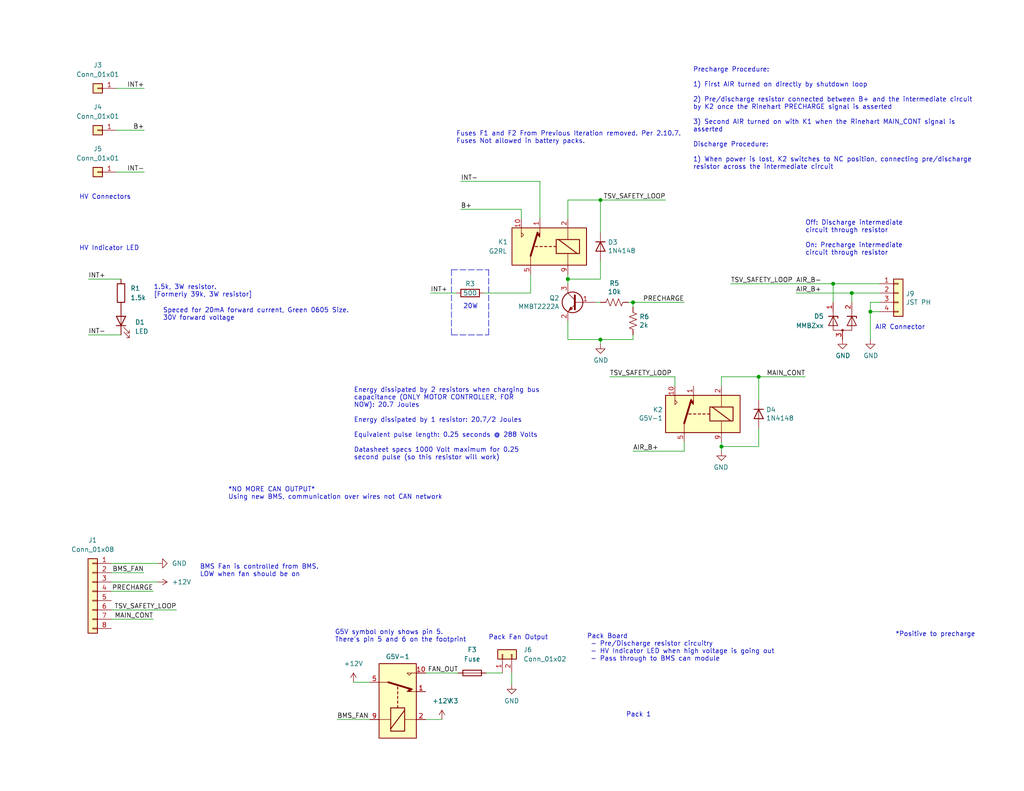
<source format=kicad_sch>
(kicad_sch (version 20211123) (generator eeschema)
  (paper "A")
  (lib_symbols
    (symbol "Connector_Generic:Conn_01x01" (pin_names (offset 1.016) hide)
      (property "Reference" "J" (at 0 2.54 0))
      (property "Value" "Conn_01x01" (at 0 -2.54 0))
      (symbol "Conn_01x01_1_1"
        (rectangle (start -1.27 0.127) (end 0 -0.127) (stroke (width 0.1524)))
        (rectangle (start -1.27 1.27) (end 1.27 -1.27) (stroke (width 0.254)) (fill (type background)))
        (pin passive line (at -5.08 0 0) (length 3.81) (name "Pin_1") (number "1"))
      )
    )
    (symbol "Connector_Generic:Conn_01x02" (pin_names (offset 1.016) hide)
      (property "Reference" "J" (at 0 2.54 0))
      (property "Value" "Conn_01x02" (at 0 -5.08 0))
      (symbol "Conn_01x02_1_1"
        (rectangle (start -1.27 -2.413) (end 0 -2.667) (stroke (width 0.1524)))
        (rectangle (start -1.27 0.127) (end 0 -0.127) (stroke (width 0.1524)))
        (rectangle (start -1.27 1.27) (end 1.27 -3.81) (stroke (width 0.254)) (fill (type background)))
        (pin passive line (at -5.08 0 0) (length 3.81) (name "Pin_1") (number "1"))
        (pin passive line (at -5.08 -2.54 0) (length 3.81) (name "Pin_2") (number "2"))
      )
    )
    (symbol "Connector_Generic:Conn_01x04" (pin_names (offset 1.016) hide)
      (property "Reference" "J" (at 0 5.08 0))
      (property "Value" "Conn_01x04" (at 0 -7.62 0))
      (symbol "Conn_01x04_1_1"
        (rectangle (start -1.27 -4.953) (end 0 -5.207) (stroke (width 0.1524)))
        (rectangle (start -1.27 -2.413) (end 0 -2.667) (stroke (width 0.1524)))
        (rectangle (start -1.27 0.127) (end 0 -0.127) (stroke (width 0.1524)))
        (rectangle (start -1.27 2.667) (end 0 2.413) (stroke (width 0.1524)))
        (rectangle (start -1.27 3.81) (end 1.27 -6.35) (stroke (width 0.254)) (fill (type background)))
        (pin passive line (at -5.08 2.54 0) (length 3.81) (name "Pin_1") (number "1"))
        (pin passive line (at -5.08 0 0) (length 3.81) (name "Pin_2") (number "2"))
        (pin passive line (at -5.08 -2.54 0) (length 3.81) (name "Pin_3") (number "3"))
        (pin passive line (at -5.08 -5.08 0) (length 3.81) (name "Pin_4") (number "4"))
      )
    )
    (symbol "Connector_Generic:Conn_01x08" (pin_names (offset 1.016) hide)
      (property "Reference" "J" (at 0 10.16 0))
      (property "Value" "Conn_01x08" (at 0 -12.7 0))
      (symbol "Conn_01x08_1_1"
        (rectangle (start -1.27 -10.033) (end 0 -10.287) (stroke (width 0.1524)))
        (rectangle (start -1.27 -7.493) (end 0 -7.747) (stroke (width 0.1524)))
        (rectangle (start -1.27 -4.953) (end 0 -5.207) (stroke (width 0.1524)))
        (rectangle (start -1.27 -2.413) (end 0 -2.667) (stroke (width 0.1524)))
        (rectangle (start -1.27 0.127) (end 0 -0.127) (stroke (width 0.1524)))
        (rectangle (start -1.27 2.667) (end 0 2.413) (stroke (width 0.1524)))
        (rectangle (start -1.27 5.207) (end 0 4.953) (stroke (width 0.1524)))
        (rectangle (start -1.27 7.747) (end 0 7.493) (stroke (width 0.1524)))
        (rectangle (start -1.27 8.89) (end 1.27 -11.43) (stroke (width 0.254)) (fill (type background)))
        (pin passive line (at -5.08 7.62 0) (length 3.81) (name "Pin_1") (number "1"))
        (pin passive line (at -5.08 5.08 0) (length 3.81) (name "Pin_2") (number "2"))
        (pin passive line (at -5.08 2.54 0) (length 3.81) (name "Pin_3") (number "3"))
        (pin passive line (at -5.08 0 0) (length 3.81) (name "Pin_4") (number "4"))
        (pin passive line (at -5.08 -2.54 0) (length 3.81) (name "Pin_5") (number "5"))
        (pin passive line (at -5.08 -5.08 0) (length 3.81) (name "Pin_6") (number "6"))
        (pin passive line (at -5.08 -7.62 0) (length 3.81) (name "Pin_7") (number "7"))
        (pin passive line (at -5.08 -10.16 0) (length 3.81) (name "Pin_8") (number "8"))
      )
    )
    (symbol "Device:Fuse" (pin_numbers hide) (pin_names (offset 0))
      (property "Reference" "F" (at 2.032 0 90))
      (property "Value" "Fuse" (at -1.905 0 90))
      (symbol "Fuse_0_1"
        (rectangle (start -0.762 -2.54) (end 0.762 2.54) (stroke (width 0.254)))
        (polyline (pts (xy 0 2.54) (xy 0 -2.54)))
      )
      (symbol "Fuse_1_1"
        (pin passive line (at 0 3.81 270) (length 1.27) (name "~") (number "1"))
        (pin passive line (at 0 -3.81 90) (length 1.27) (name "~") (number "2"))
      )
    )
    (symbol "Device:LED" (pin_numbers hide) (pin_names (offset 1.016) hide)
      (property "Reference" "D" (at 0 2.54 0))
      (property "Value" "LED" (at 0 -2.54 0))
      (symbol "LED_0_1"
        (polyline (pts (xy -1.27 -1.27) (xy -1.27 1.27)) (stroke (width 0.254)))
        (polyline (pts (xy -1.27 0) (xy 1.27 0)))
        (polyline (pts (xy 1.27 -1.27) (xy 1.27 1.27) (xy -1.27 0) (xy 1.27 -1.27)) (stroke (width 0.254)))
        (polyline (pts (xy -3.048 -0.762) (xy -4.572 -2.286) (xy -3.81 -2.286) (xy -4.572 -2.286) (xy -4.572 -1.524)))
        (polyline (pts (xy -1.778 -0.762) (xy -3.302 -2.286) (xy -2.54 -2.286) (xy -3.302 -2.286) (xy -3.302 -1.524)))
      )
      (symbol "LED_1_1"
        (pin passive line (at -3.81 0 0) (length 2.54) (name "K") (number "1"))
        (pin passive line (at 3.81 0 180) (length 2.54) (name "A") (number "2"))
      )
    )
    (symbol "Device:Q_NPN_BEC" (pin_names (offset 0) hide)
      (property "Reference" "Q" (at 5.08 1.27 0))
      (property "Value" "Q_NPN_BEC" (at 5.08 -1.27 0))
      (symbol "Q_NPN_BEC_0_1"
        (polyline (pts (xy 0.635 0.635) (xy 2.54 2.54)))
        (polyline (pts (xy 0.635 -0.635) (xy 2.54 -2.54) (xy 2.54 -2.54)))
        (polyline (pts (xy 0.635 1.905) (xy 0.635 -1.905) (xy 0.635 -1.905)) (stroke (width 0.508)))
        (polyline (pts (xy 1.27 -1.778) (xy 1.778 -1.27) (xy 2.286 -2.286) (xy 1.27 -1.778) (xy 1.27 -1.778)) (fill (type outline)))
        (circle (center 1.27 0) (radius 2.8194) (stroke (width 0.254)))
      )
      (symbol "Q_NPN_BEC_1_1"
        (pin input line (at -5.08 0 0) (length 5.715) (name "B") (number "1"))
        (pin passive line (at 2.54 -5.08 90) (length 2.54) (name "E") (number "2"))
        (pin passive line (at 2.54 5.08 270) (length 2.54) (name "C") (number "3"))
      )
    )
    (symbol "Device:R" (pin_numbers hide) (pin_names (offset 0))
      (property "Reference" "R" (at 2.032 0 90))
      (property "Value" "R" (at 0 0 90))
      (symbol "R_0_1"
        (rectangle (start -1.016 -2.54) (end 1.016 2.54) (stroke (width 0.254)))
      )
      (symbol "R_1_1"
        (pin passive line (at 0 3.81 270) (length 1.27) (name "~") (number "1"))
        (pin passive line (at 0 -3.81 90) (length 1.27) (name "~") (number "2"))
      )
    )
    (symbol "Device:R_US" (pin_numbers hide) (pin_names (offset 0))
      (property "Reference" "R" (at 2.54 0 90))
      (property "Value" "R_US" (at -2.54 0 90))
      (symbol "R_US_0_1"
        (polyline (pts (xy 0 -2.286) (xy 0 -2.54)))
        (polyline (pts (xy 0 2.286) (xy 0 2.54)))
        (polyline (pts (xy 0 -0.762) (xy 1.016 -1.143) (xy 0 -1.524) (xy -1.016 -1.905) (xy 0 -2.286)))
        (polyline (pts (xy 0 0.762) (xy 1.016 0.381) (xy 0 0) (xy -1.016 -0.381) (xy 0 -0.762)))
        (polyline (pts (xy 0 2.286) (xy 1.016 1.905) (xy 0 1.524) (xy -1.016 1.143) (xy 0 0.762)))
      )
      (symbol "R_US_1_1"
        (pin passive line (at 0 3.81 270) (length 1.27) (name "~") (number "1"))
        (pin passive line (at 0 -3.81 90) (length 1.27) (name "~") (number "2"))
      )
    )
    (symbol "Diode:1N4148" (pin_numbers hide) (pin_names (offset 1.016) hide)
      (property "Reference" "D" (at 0 2.54 0))
      (property "Value" "1N4148" (at 0 -2.54 0))
      (symbol "1N4148_0_1"
        (polyline (pts (xy -1.27 1.27) (xy -1.27 -1.27)) (stroke (width 0.254)))
        (polyline (pts (xy 1.27 0) (xy -1.27 0)))
        (polyline (pts (xy 1.27 1.27) (xy 1.27 -1.27) (xy -1.27 0) (xy 1.27 1.27)) (stroke (width 0.254)))
      )
      (symbol "1N4148_1_1"
        (pin passive line (at -3.81 0 0) (length 2.54) (name "K") (number "1"))
        (pin passive line (at 3.81 0 180) (length 2.54) (name "A") (number "2"))
      )
    )
    (symbol "Diode:MMBZxx" (pin_names (offset 1.016) hide)
      (property "Reference" "D" (at 3.81 2.54 0))
      (property "Value" "MMBZxx" (at 3.81 0 0))
      (symbol "MMBZxx_0_1"
        (circle (center 0 -2.54) (radius 0.254) (fill (type outline)))
        (polyline (pts (xy -2.54 -1.27) (xy -2.54 2.54)))
        (polyline (pts (xy 2.54 -1.27) (xy 2.54 2.54)))
        (polyline (pts (xy -3.81 1.27) (xy -1.27 1.27) (xy -1.27 0.762)) (stroke (width 0.254)))
        (polyline (pts (xy 1.27 1.27) (xy 3.81 1.27) (xy 3.81 0.762)) (stroke (width 0.254)))
        (polyline (pts (xy -2.54 0) (xy -2.54 -2.54) (xy 2.54 -2.54) (xy 2.54 0)))
      )
      (symbol "MMBZxx_1_1"
        (polyline (pts (xy -3.81 -1.27) (xy -1.27 -1.27) (xy -2.54 1.27) (xy -3.81 -1.27)) (stroke (width 0.2032)))
        (polyline (pts (xy 1.27 -1.27) (xy 3.81 -1.27) (xy 2.54 1.27) (xy 1.27 -1.27)) (stroke (width 0.2032)))
        (pin passive line (at -2.54 5.08 270) (length 2.54) (name "K") (number "1"))
        (pin passive line (at 2.54 5.08 270) (length 2.54) (name "K") (number "2"))
        (pin passive line (at 0 -5.08 90) (length 2.54) (name "A") (number "3"))
      )
    )
    (symbol "G5V-1_1"
      (property "Reference" "K3" (at 0 15.24 90))
      (property "Value" "G5V-1_1" (at 0 12.7 90))
      (symbol "G5V-1_1_0_0"
        (polyline (pts (xy 7.62 5.08) (xy 7.62 2.54) (xy 6.985 3.175) (xy 7.62 3.81)))
      )
      (symbol "G5V-1_1_0_1"
        (rectangle (start -10.16 5.08) (end 10.16 -5.08) (stroke (width 0.254)) (fill (type background)))
        (rectangle (start -8.255 1.905) (end -1.905 -1.905) (stroke (width 0.254)))
        (polyline (pts (xy -7.62 -1.905) (xy -2.54 1.905)) (stroke (width 0.254)))
        (polyline (pts (xy -5.08 -5.08) (xy -5.08 -1.905)))
        (polyline (pts (xy -5.08 5.08) (xy -5.08 1.905)))
        (polyline (pts (xy -1.905 0) (xy -1.27 0)) (stroke (width 0.254)))
        (polyline (pts (xy -0.635 0) (xy 0 0)) (stroke (width 0.254)))
        (polyline (pts (xy 0.635 0) (xy 1.27 0)) (stroke (width 0.254)))
        (polyline (pts (xy 1.905 0) (xy 2.54 0)) (stroke (width 0.254)))
        (polyline (pts (xy 3.175 0) (xy 3.81 0)) (stroke (width 0.254)))
        (polyline (pts (xy 5.08 -2.54) (xy 3.175 3.81)) (stroke (width 0.508)))
        (polyline (pts (xy 5.08 -2.54) (xy 5.08 -5.08)))
        (polyline (pts (xy 2.54 5.08) (xy 2.54 2.54) (xy 3.175 3.175) (xy 2.54 3.81)) (fill (type outline)))
      )
      (symbol "G5V-1_1_1_1"
        (pin passive line (at 2.54 7.62 270) (length 2.54) (name "~") (number "1"))
        (pin passive line (at 7.62 7.62 270) (length 2.54) (name "~") (number "10"))
        (pin passive line (at -5.08 7.62 270) (length 2.54) (name "~") (number "2"))
        (pin passive line (at 5.08 -7.62 90) (length 2.54) (name "~") (number "5"))
        (pin passive line (at 5.08 -7.62 90) (length 2.54) hide (name "~") (number "6"))
        (pin passive line (at -5.08 -7.62 90) (length 2.54) (name "~") (number "9"))
      )
    )
    (symbol "Relay:G5V-1"
      (property "Reference" "K" (at 11.43 3.81 0))
      (property "Value" "G5V-1" (at 11.43 1.27 0))
      (symbol "G5V-1_0_0"
        (polyline (pts (xy 7.62 5.08) (xy 7.62 2.54) (xy 6.985 3.175) (xy 7.62 3.81)))
      )
      (symbol "G5V-1_0_1"
        (rectangle (start -10.16 5.08) (end 10.16 -5.08) (stroke (width 0.254)) (fill (type background)))
        (rectangle (start -8.255 1.905) (end -1.905 -1.905) (stroke (width 0.254)))
        (polyline (pts (xy -7.62 -1.905) (xy -2.54 1.905)) (stroke (width 0.254)))
        (polyline (pts (xy -5.08 -5.08) (xy -5.08 -1.905)))
        (polyline (pts (xy -5.08 5.08) (xy -5.08 1.905)))
        (polyline (pts (xy -1.905 0) (xy -1.27 0)) (stroke (width 0.254)))
        (polyline (pts (xy -0.635 0) (xy 0 0)) (stroke (width 0.254)))
        (polyline (pts (xy 0.635 0) (xy 1.27 0)) (stroke (width 0.254)))
        (polyline (pts (xy 1.905 0) (xy 2.54 0)) (stroke (width 0.254)))
        (polyline (pts (xy 3.175 0) (xy 3.81 0)) (stroke (width 0.254)))
        (polyline (pts (xy 5.08 -2.54) (xy 3.175 3.81)) (stroke (width 0.508)))
        (polyline (pts (xy 5.08 -2.54) (xy 5.08 -5.08)))
        (polyline (pts (xy 2.54 5.08) (xy 2.54 2.54) (xy 3.175 3.175) (xy 2.54 3.81)) (fill (type outline)))
      )
      (symbol "G5V-1_1_1"
        (pin passive line (at 2.54 7.62 270) (length 2.54) (name "~") (number "1"))
        (pin passive line (at 7.62 7.62 270) (length 2.54) (name "~") (number "10"))
        (pin passive line (at -5.08 7.62 270) (length 2.54) (name "~") (number "2"))
        (pin passive line (at 5.08 -7.62 90) (length 2.54) (name "~") (number "5"))
        (pin passive line (at 5.08 -7.62 90) (length 2.54) hide (name "~") (number "6"))
        (pin passive line (at -5.08 -7.62 90) (length 2.54) (name "~") (number "9"))
      )
    )
    (symbol "power:+12V" (power) (pin_names (offset 0))
      (property "Value" "+12V" (at 0 3.556 0))
      (symbol "+12V_0_1"
        (polyline (pts (xy -0.762 1.27) (xy 0 2.54)))
        (polyline (pts (xy 0 0) (xy 0 2.54)))
        (polyline (pts (xy 0 2.54) (xy 0.762 1.27)))
      )
      (symbol "+12V_1_1"
        (pin power_in line (at 0 0 90) (length 0) hide (name "+12V") (number "1"))
      )
    )
    (symbol "power:GND" (power) (pin_names (offset 0))
      (property "Value" "GND" (at 0 -3.81 0))
      (symbol "GND_0_1"
        (polyline (pts (xy 0 0) (xy 0 -1.27) (xy 1.27 -1.27) (xy 0 -2.54) (xy -1.27 -1.27) (xy 0 -1.27)))
      )
      (symbol "GND_1_1"
        (pin power_in line (at 0 0 270) (length 0) hide (name "GND") (number "1"))
      )
    )
  )
  (junction (at 227.33 77.47))
  (junction (at 172.72 82.55))
  (junction (at 163.83 92.71))
  (junction (at 232.41 80.01))
  (junction (at 154.94 76.2))
  (junction (at 237.49 85.09))
  (junction (at 196.85 121.92))
  (junction (at 163.83 54.61))
  (junction (at 207.01 102.87))
  (wire (pts (xy 154.94 54.61) (xy 163.83 54.61)))
  (wire (pts (xy 31.75 24.13) (xy 39.37 24.13)))
  (wire (pts (xy 124.46 80.01) (xy 117.475 80.01)))
  (polyline (pts (xy 133.35 73.66) (xy 133.35 91.44)))
  (wire (pts (xy 147.32 59.69) (xy 147.32 49.53)))
  (wire (pts (xy 227.33 77.47) (xy 240.03 77.47)))
  (wire (pts (xy 232.41 80.01) (xy 240.03 80.01)))
  (wire (pts (xy 30.3784 156.3624) (xy 39.2684 156.3624)))
  (wire (pts (xy 31.75 46.99) (xy 39.37 46.99)))
  (wire (pts (xy 154.94 74.93) (xy 154.94 76.2)))
  (wire (pts (xy 163.83 92.71) (xy 172.72 92.71)))
  (wire (pts (xy 154.94 87.63) (xy 154.94 92.71)))
  (wire (pts (xy 24.13 76.2) (xy 33.02 76.2)))
  (wire (pts (xy 139.6238 183.7436) (xy 139.6238 186.9186)))
  (wire (pts (xy 31.75 35.56) (xy 39.37 35.56)))
  (wire (pts (xy 154.94 92.71) (xy 163.83 92.71)))
  (wire (pts (xy 240.03 85.09) (xy 237.49 85.09)))
  (wire (pts (xy 207.01 121.92) (xy 207.01 116.84)))
  (wire (pts (xy 116.1288 183.7436) (xy 125.0188 183.7436)))
  (wire (pts (xy 207.01 109.22) (xy 207.01 102.87)))
  (polyline (pts (xy 123.19 91.44) (xy 133.35 91.44)))
  (wire (pts (xy 30.3784 161.4424) (xy 41.8084 161.4424)))
  (wire (pts (xy 163.83 76.2) (xy 163.83 71.12)))
  (wire (pts (xy 24.13 91.44) (xy 33.02 91.44)))
  (wire (pts (xy 142.24 59.69) (xy 142.24 57.15)))
  (wire (pts (xy 154.94 76.2) (xy 163.83 76.2)))
  (wire (pts (xy 163.83 54.61) (xy 181.61 54.61)))
  (polyline (pts (xy 123.19 73.66) (xy 123.19 91.44)))
  (wire (pts (xy 132.6388 183.7436) (xy 137.0838 183.7436)))
  (wire (pts (xy 232.41 80.01) (xy 217.17 80.01)))
  (wire (pts (xy 240.03 82.55) (xy 237.49 82.55)))
  (wire (pts (xy 132.08 80.01) (xy 144.78 80.01)))
  (wire (pts (xy 30.3784 153.8224) (xy 43.0784 153.8224)))
  (wire (pts (xy 30.3784 158.9024) (xy 43.0784 158.9024)))
  (wire (pts (xy 162.56 82.55) (xy 163.83 82.55)))
  (wire (pts (xy 186.69 120.65) (xy 186.69 123.19)))
  (wire (pts (xy 30.3784 169.0624) (xy 41.8084 169.0624)))
  (wire (pts (xy 184.15 105.41) (xy 184.15 102.87)))
  (wire (pts (xy 196.85 102.87) (xy 207.01 102.87)))
  (wire (pts (xy 172.72 83.82) (xy 172.72 82.55)))
  (wire (pts (xy 125.73 49.53) (xy 147.32 49.53)))
  (wire (pts (xy 171.45 82.55) (xy 172.72 82.55)))
  (wire (pts (xy 237.49 82.55) (xy 237.49 85.09)))
  (wire (pts (xy 172.72 92.71) (xy 172.72 91.44)))
  (wire (pts (xy 207.01 102.87) (xy 219.71 102.87)))
  (wire (pts (xy 163.83 63.5) (xy 163.83 54.61)))
  (wire (pts (xy 96.4438 186.2836) (xy 100.8888 186.2836)))
  (wire (pts (xy 232.41 82.55) (xy 232.41 80.01)))
  (wire (pts (xy 125.73 57.15) (xy 142.24 57.15)))
  (wire (pts (xy 154.94 76.2) (xy 154.94 77.47)))
  (wire (pts (xy 196.85 121.92) (xy 196.85 120.65)))
  (wire (pts (xy 184.15 102.87) (xy 166.37 102.87)))
  (polyline (pts (xy 123.19 73.66) (xy 133.35 73.66)))
  (wire (pts (xy 30.3784 166.5224) (xy 48.1584 166.5224)))
  (wire (pts (xy 163.83 92.71) (xy 163.83 93.98)))
  (wire (pts (xy 186.69 123.19) (xy 172.72 123.19)))
  (wire (pts (xy 199.39 77.47) (xy 227.33 77.47)))
  (wire (pts (xy 196.85 105.41) (xy 196.85 102.87)))
  (wire (pts (xy 196.85 123.19) (xy 196.85 121.92)))
  (wire (pts (xy 116.1288 196.4436) (xy 120.5738 196.4436)))
  (wire (pts (xy 172.72 82.55) (xy 186.69 82.55)))
  (wire (pts (xy 144.78 74.93) (xy 144.78 80.01)))
  (wire (pts (xy 100.8888 196.4436) (xy 91.9988 196.4436)))
  (wire (pts (xy 196.85 121.92) (xy 207.01 121.92)))
  (wire (pts (xy 227.33 82.55) (xy 227.33 77.47)))
  (wire (pts (xy 154.94 59.69) (xy 154.94 54.61)))
  (wire (pts (xy 237.49 85.09) (xy 237.49 92.71)))
  (text "Precharge Procedure:\n\n1) First AIR turned on directly by shutdown loop\n\n2) Pre/discharge resistor connected between B+ and the intermediate circuit\nby K2 once the Rinehart PRECHARGE signal is asserted\n\n3) Second AIR turned on with K1 when the Rinehart MAIN_CONT signal is\nasserted\n\nDischarge Procedure:\n\n1) When power is lost, K2 switches to NC position, connecting pre/discharge\nresistor across the intermediate circuit" (at 189.0776 46.4312 0) (effects (font (size 1.27 1.27)) (justify left bottom)))
  (text "20W\n" (at 126.365 84.455 0) (effects (font (size 1.27 1.27)) (justify left bottom)))
  (text "AIR Connector" (at 238.76 90.17 0) (effects (font (size 1.27 1.27)) (justify left bottom)))
  (text "*Positive to precharge\n" (at 244.2972 173.99 0) (effects (font (size 1.27 1.27)) (justify left bottom)))
  (text "1.5k, 3W resistor.\n[Formerly 39k, 3W resistor]" (at 41.91 81.28 0) (effects (font (size 1.27 1.27)) (justify left bottom)))
  (text "Pack 1 \n" (at 170.7896 195.9356 0) (effects (font (size 1.27 1.27)) (justify left bottom)))
  (text "*NO MORE CAN OUTPUT*\nUsing new BMS, communication over wires not CAN network" (at 62.23 136.525 0) (effects (font (size 1.27 1.27)) (justify left bottom)))
  (text "Pack Fan Output" (at 133.2738 174.8536 0) (effects (font (size 1.27 1.27)) (justify left bottom)))
  (text "Energy dissipated by 2 resistors when charging bus\ncapacitance (ONLY MOTOR CONTROLLER, FOR\nNOW): 20.7 Joules\n\nEnergy dissipated by 1 resistor: 20.7/2 Joules\n\nEquivalent pulse length: 0.25 seconds @ 288 Volts\n\nDatasheet specs 1000 Volt maximum for 0.25\nsecond pulse (so this resistor will work)" (at 96.52 125.73 0) (effects (font (size 1.27 1.27)) (justify left bottom)))
  (text "Off: Discharge intermediate\ncircuit through resistor\n\nOn: Precharge intermediate\ncircuit through resistor" (at 219.71 69.85 0) (effects (font (size 1.27 1.27)) (justify left bottom)))
  (text "Fuses F1 and F2 From Previous Iteration removed. Per 2.10.7.\nFuses Not allowed in battery packs." (at 124.46 39.37 0) (effects (font (size 1.27 1.27)) (justify left bottom)))
  (text "G5V symbol only shows pin 5. \nThere's pin 5 and 6 on the footprint" (at 91.3638 175.4886 0) (effects (font (size 1.27 1.27)) (justify left bottom)))
  (text "HV Connectors" (at 21.59 54.61 0) (effects (font (size 1.27 1.27)) (justify left bottom)))
  (text "BMS Fan is controlled from BMS. \nLOW when fan should be on" (at 54.5084 157.6324 0) (effects (font (size 1.27 1.27)) (justify left bottom)))
  (text "Pack Board\n - Pre/Discharge resistor circuitry\n - HV Indicator LED when high voltage is going out\n - Pass through to BMS can module" (at 160.1216 180.6956 0) (effects (font (size 1.27 1.27)) (justify left bottom)))
  (text "Speced for 20mA forward current, Green 0605 Size.\n30V forward voltage" (at 44.45 87.63 0) (effects (font (size 1.27 1.27)) (justify left bottom)))
  (text "HV Indicator LED" (at 21.59 68.58 0) (effects (font (size 1.27 1.27)) (justify left bottom)))
  (label "TSV_SAFETY_LOOP" (at 181.61 54.61 180))
  (label "INT+" (at 24.13 76.2 0))
  (label "AIR_B+" (at 217.17 80.01 0))
  (label "AIR_B-" (at 217.17 77.47 0))
  (label "INT-" (at 39.37 46.99 180))
  (label "PRECHARGE" (at 41.8084 161.4424 180))
  (label "MAIN_CONT" (at 219.71 102.87 180))
  (label "INT-" (at 24.13 91.44 0))
  (label "TSV_SAFETY_LOOP" (at 48.1584 166.5224 180))
  (label "BMS_FAN" (at 39.2684 156.3624 180))
  (label "MAIN_CONT" (at 41.8084 169.0624 180))
  (label "TSV_SAFETY_LOOP" (at 360.68 205.74 180))
  (label "B+" (at 39.37 35.56 180))
  (label "AIR_B+" (at 172.72 123.19 0))
  (label "TSV_SAFETY_LOOP" (at 166.37 102.87 0))
  (label "FAN_OUT" (at 125.0188 183.7436 180))
  (label "INT+" (at 39.37 24.13 180))
  (label "B+" (at 125.73 57.15 0))
  (label "INT-" (at 125.73 49.53 0))
  (label "PRECHARGE" (at 186.69 82.55 180))
  (label "INT+" (at 117.475 80.01 0))
  (label "TSV_SAFETY_LOOP" (at 199.39 77.47 0))
  (label "BMS_FAN" (at 91.9988 196.4436 0))
  (symbol (lib_id "Diode:MMBZxx") (at 229.87 87.63 0) (unit 1)
    (property "Reference" "D5" (at 224.79 86.36 0) (effects (justify right)))
    (property "Value" "MMBZxx" (at 224.79 88.9 0) (effects (justify right)))
    (property "Footprint" "Package_TO_SOT_SMD:SOT-23" (effects hide))
    (property "Datasheet" "http://www.onsemi.com/pub/Collateral/MMBZ5V6ALT1-D.PDF" (effects hide))
  )
  (symbol (lib_id "Connector_Generic:Conn_01x04") (at 245.11 80.01 0) (unit 1)
    (property "Reference" "J9" (at 247.142 80.2132 0) (effects (justify left)))
    (property "Value" "JST PH" (at 247.142 82.5246 0) (effects (justify left)))
    (property "Footprint" "Connector_JST:JST_PH_B4B-PH-K_1x04_P2.00mm_Vertical" (effects hide))
  )
  (symbol (lib_id "power:GND") (at 237.49 92.71 0) (unit 1)
    (property "Reference" "#PWR0124" (effects hide))
    (property "Value" "GND" (at 237.617 97.1042 0))
  )
  (symbol (lib_id "power:GND") (at 229.87 92.71 0) (unit 1)
    (property "Reference" "#PWR0125" (effects hide))
    (property "Value" "GND" (at 229.997 97.1042 0))
  )
  (symbol (lib_id "Relay:G5V-1") (at 149.86 67.31 0) (mirror y) (unit 1)
    (property "Reference" "K1" (at 135.89 66.04 0) (effects (justify right)))
    (property "Value" "G2RL" (at 133.35 68.58 0) (effects (justify right)))
    (property "Footprint" "AERO_Footprints:G2RL" (effects hide))
    (property "Datasheet" "http://omronfs.omron.com/en_US/ecb/products/pdf/en-g5v_1.pdf" (effects hide))
  )
  (symbol (lib_id "power:GND") (at 163.83 93.98 0) (unit 1)
    (property "Reference" "#PWR0126" (effects hide))
    (property "Value" "GND" (at 163.957 98.3742 0))
  )
  (symbol (lib_id "Relay:G5V-1") (at 191.77 113.03 0) (mirror y) (unit 1)
    (property "Reference" "K2" (at 180.848 111.8616 0) (effects (justify left)))
    (property "Value" "G5V-1" (at 180.848 114.173 0) (effects (justify left)))
    (property "Footprint" "Relay_THT:Relay_SPDT_Omron_G5V-1" (effects hide))
    (property "Datasheet" "http://omronfs.omron.com/en_US/ecb/products/pdf/en-g5v_1.pdf" (effects hide))
  )
  (symbol (lib_id "power:GND") (at 196.85 123.19 0) (mirror y) (unit 1)
    (property "Reference" "#PWR0127" (effects hide))
    (property "Value" "GND" (at 196.723 127.5842 0))
  )
  (symbol (lib_id "Device:Q_NPN_BEC") (at 157.48 82.55 0) (mirror y) (unit 1)
    (property "Reference" "Q2" (at 152.6286 81.3816 0) (effects (justify left)))
    (property "Value" "MMBT2222A" (at 152.6286 83.693 0) (effects (justify left)))
    (property "Footprint" "Package_TO_SOT_SMD:SOT-23" (effects hide))
  )
  (symbol (lib_id "Device:R_US") (at 172.72 87.63 180) (unit 1)
    (property "Reference" "R6" (at 174.4472 86.4616 0) (effects (justify right)))
    (property "Value" "2k" (at 174.4472 88.773 0) (effects (justify right)))
    (property "Footprint" "Resistor_SMD:R_0603_1608Metric" (effects hide))
  )
  (symbol (lib_id "Device:R_US") (at 167.64 82.55 90) (unit 1)
    (property "Reference" "R5" (at 167.64 77.343 90))
    (property "Value" "10k" (at 167.64 79.6544 90))
    (property "Footprint" "Resistor_SMD:R_0603_1608Metric" (effects hide))
  )
  (symbol (lib_id "Diode:1N4148") (at 163.83 67.31 270) (unit 1)
    (property "Reference" "D3" (at 165.8366 66.1416 90) (effects (justify left)))
    (property "Value" "1N4148" (at 165.8366 68.453 90) (effects (justify left)))
    (property "Footprint" "Diode_SMD:D_MiniMELF" (effects hide))
    (property "Datasheet" "http://www.nxp.com/documents/data_sheet/1N4148_1N4448.pdf" (effects hide))
  )
  (symbol (lib_id "Diode:1N4148") (at 207.01 113.03 270) (unit 1)
    (property "Reference" "D4" (at 209.0166 111.8616 90) (effects (justify left)))
    (property "Value" "1N4148" (at 209.0166 114.173 90) (effects (justify left)))
    (property "Footprint" "Diode_SMD:D_MiniMELF" (effects hide))
    (property "Datasheet" "http://www.nxp.com/documents/data_sheet/1N4148_1N4448.pdf" (effects hide))
  )
  (symbol (lib_id "Connector_Generic:Conn_01x08") (at 25.2984 161.4424 0) (mirror y) (unit 1)
    (property "Reference" "J1" (at 25.2984 147.4724 0))
    (property "Value" "Conn_01x08" (at 25.2984 150.0124 0))
    (property "Footprint" "AERO_Footprints:TE_1-776276-1_8pin_Vertical" (effects hide))
  )
  (symbol (lib_id "Device:Fuse") (at 128.8288 183.7436 90) (unit 1)
    (property "Reference" "F3" (at 128.8288 177.3936 90))
    (property "Value" "Fuse" (at 128.8288 179.9336 90))
    (property "Footprint" "AERO_Footprints:Fuseholder_Blade_Mini_Keystone_3568" (effects hide))
  )
  (symbol (lib_id "power:+12V") (at 43.0784 158.9024 270) (unit 1)
    (property "Reference" "#PWR0102" (effects hide))
    (property "Value" "+12V" (at 46.8884 158.9023 90) (effects (justify left)))
  )
  (symbol (lib_name "G5V-1_1") (lib_id "Relay:G5V-1") (at 108.5088 191.3636 270) (mirror x) (unit 1)
    (property "Reference" "K3" (at 123.7488 191.3636 90))
    (property "Value" "G5V-1" (at 108.5088 179.2986 90))
    (property "Footprint" "Relay_THT:Relay_SPDT_Omron_G5V-1" (effects hide))
    (property "Datasheet" "http://omronfs.omron.com/en_US/ecb/products/pdf/en-g5v_1.pdf" (effects hide))
  )
  (symbol (lib_id "Connector_Generic:Conn_01x01") (at 26.67 35.56 180) (unit 1)
    (property "Reference" "J4" (at 26.67 29.21 0))
    (property "Value" "Conn_01x01" (at 26.67 31.75 0))
    (property "Footprint" "Connector_Hirose:Hirose_DF63M-1P-3.96DSA_1x01_P3.96mm_Vertical" (effects hide))
  )
  (symbol (lib_id "Connector_Generic:Conn_01x01") (at 26.67 24.13 180) (unit 1)
    (property "Reference" "J3" (at 26.67 17.78 0))
    (property "Value" "Conn_01x01" (at 26.67 20.32 0))
    (property "Footprint" "Connector_Hirose:Hirose_DF63M-1P-3.96DSA_1x01_P3.96mm_Vertical" (effects hide))
  )
  (symbol (lib_id "Connector_Generic:Conn_01x02") (at 137.0838 178.6636 90) (unit 1)
    (property "Reference" "J6" (at 142.7988 177.3935 90) (effects (justify right)))
    (property "Value" "Conn_01x02" (at 142.7988 179.9335 90) (effects (justify right)))
    (property "Footprint" "Connector_JST:JST_XH_B2B-XH-A_1x02_P2.50mm_Vertical" (effects hide))
  )
  (symbol (lib_id "power:GND") (at 43.0784 153.8224 90) (unit 1)
    (property "Reference" "#PWR0103" (effects hide))
    (property "Value" "GND" (at 46.8884 153.8223 90) (effects (justify right)))
  )
  (symbol (lib_id "Connector_Generic:Conn_01x01") (at 26.67 46.99 180) (unit 1)
    (property "Reference" "J5" (at 26.67 40.64 0))
    (property "Value" "Conn_01x01" (at 26.67 43.18 0))
    (property "Footprint" "Connector_Hirose:Hirose_DF63M-1P-3.96DSA_1x01_P3.96mm_Vertical" (effects hide))
  )
  (symbol (lib_id "power:+12V") (at 120.5738 196.4436 0) (unit 1)
    (property "Reference" "#PWR0106" (effects hide))
    (property "Value" "+12V" (at 120.5738 191.3636 0))
  )
  (symbol (lib_id "power:+12V") (at 96.4438 186.2836 0) (unit 1)
    (property "Reference" "#PWR0105" (effects hide))
    (property "Value" "+12V" (at 96.4438 181.2036 0))
  )
  (symbol (lib_id "Device:LED") (at 33.02 87.63 90) (unit 1)
    (property "Reference" "D1" (at 36.83 87.9474 90) (effects (justify right)))
    (property "Value" "LED" (at 36.83 90.4874 90) (effects (justify right)))
    (property "Footprint" "AERO_Footprints:LPA-C011301S-x LED 0805 LIGHT PIPE SINGLE VERT SMD" (effects hide))
  )
  (symbol (lib_id "power:GND") (at 139.6238 186.9186 0) (unit 1)
    (property "Reference" "#PWR0107" (effects hide))
    (property "Value" "GND" (at 139.6238 191.3636 0))
  )
  (symbol (lib_id "Device:R") (at 128.27 80.01 90) (unit 1)
    (property "Reference" "R3" (at 128.27 77.47 90))
    (property "Value" "500" (at 128.27 80.01 90))
    (property "Footprint" "Package_TO_SOT_THT:TO-220-2_Horizontal_TabDown" (effects hide))
  )
  (symbol (lib_id "Device:R") (at 33.02 80.01 0) (unit 1)
    (property "Reference" "R1" (at 35.56 78.7399 0) (effects (justify left)))
    (property "Value" "1.5k" (at 35.56 81.2799 0) (effects (justify left)))
    (property "Footprint" "Resistor_THT:R_Axial_DIN0414_L11.9mm_D4.5mm_P25.40mm_Horizontal" (effects hide))
  )
)
</source>
